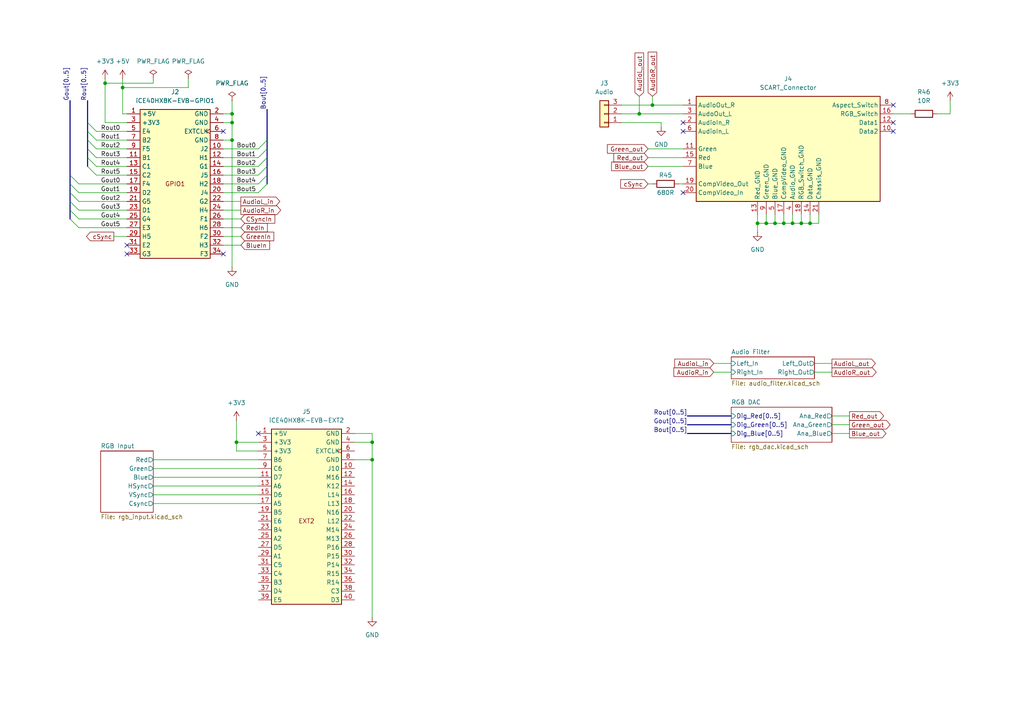
<source format=kicad_sch>
(kicad_sch (version 20231120) (generator "eeschema") (generator_version "8.0")
  (paper "A4")
  (title_block (title "iCE40HX8K-EVB SCART Header") (date "2023-06-22") (rev "1_0") (company "https://www.domesday86.com") (comment 1 "(c) 2023 Simon Inns") (comment 2 "License: Attribution-ShareAlike 4.0 International (CC BY-SA 4.0)"))
  (lib_symbols
    (symbol "Connector_Generic:Conn_01x03" (pin_names (offset 1.016) hide)
      (property "Reference" "J" (at 0 5.08 0))
      (property "Value" "Conn_01x03" (at 0 -5.08 0))
      (symbol "Conn_01x03_1_1"
        (rectangle (start -1.27 -2.413) (end 0 -2.667) (stroke (width 0.1524)))
        (rectangle (start -1.27 0.127) (end 0 -0.127) (stroke (width 0.1524)))
        (rectangle (start -1.27 2.667) (end 0 2.413) (stroke (width 0.1524)))
        (rectangle (start -1.27 3.81) (end 1.27 -3.81) (stroke (width 0.254)) (fill (type background)))
        (pin passive line (at -5.08 2.54 0) (length 3.81) (name "Pin_1") (number "1"))
        (pin passive line (at -5.08 0 0) (length 3.81) (name "Pin_2") (number "2"))
        (pin passive line (at -5.08 -2.54 0) (length 3.81) (name "Pin_3") (number "3"))
      )
    )
    (symbol "Device:R" (pin_numbers hide) (pin_names (offset 0))
      (property "Reference" "R" (at 2.032 0 90))
      (property "Value" "R" (at 0 0 90))
      (symbol "R_0_1"
        (rectangle (start -1.016 -2.54) (end 1.016 2.54) (stroke (width 0.254)))
      )
      (symbol "R_1_1"
        (pin passive line (at 0 3.81 270) (length 1.27) (name "~") (number "1"))
        (pin passive line (at 0 -3.81 90) (length 1.27) (name "~") (number "2"))
      )
    )
    (symbol "SCART:SCART_Connector"
      (property "Reference" "J" (at 0 19.05 0))
      (property "Value" "SCART_Connector" (at 0 16.51 0))
      (symbol "SCART_Connector_1_1"
        (rectangle (start -26.67 15.24) (end 26.67 -15.24) (stroke (width 0.254)) (fill (type background)))
        (pin passive line (at -30.48 12.7 0) (length 3.81) (name "AudioOut_R") (number "1"))
        (pin passive line (at 30.48 5.08 180) (length 3.81) (name "Data2") (number "10"))
        (pin passive line (at -30.48 0 0) (length 3.81) (name "Green") (number "11"))
        (pin passive line (at 30.48 7.62 180) (length 3.81) (name "Data1") (number "12"))
        (pin power_in line (at -8.89 -19.05 90) (length 3.81) (name "Red_GND") (number "13"))
        (pin power_in line (at 6.35 -19.05 90) (length 3.81) (name "Data_GND") (number "14"))
        (pin passive line (at -30.48 -2.54 0) (length 3.81) (name "Red") (number "15"))
        (pin passive line (at 30.48 10.16 180) (length 3.81) (name "RGB_Switch") (number "16"))
        (pin power_in line (at -1.27 -19.05 90) (length 3.81) (name "CompVideo_GND") (number "17"))
        (pin power_in line (at 3.81 -19.05 90) (length 3.81) (name "RGB_Switch_GND") (number "18"))
        (pin passive line (at -30.48 -10.16 0) (length 3.81) (name "CompVideo_Out") (number "19"))
        (pin passive line (at -30.48 7.62 0) (length 3.81) (name "AudioIn_R") (number "2"))
        (pin passive line (at -30.48 -12.7 0) (length 3.81) (name "CompVideo_In") (number "20"))
        (pin power_in line (at 8.89 -19.05 90) (length 3.81) (name "Chassis_GND") (number "21"))
        (pin passive line (at -30.48 10.16 0) (length 3.81) (name "AudoOut_L") (number "3"))
        (pin power_in line (at 1.27 -19.05 90) (length 3.81) (name "Audio_GND") (number "4"))
        (pin power_in line (at -3.81 -19.05 90) (length 3.81) (name "Blue_GND") (number "5"))
        (pin passive line (at -30.48 5.08 0) (length 3.81) (name "AudioIn_L") (number "6"))
        (pin passive line (at -30.48 -5.08 0) (length 3.81) (name "Blue") (number "7"))
        (pin passive line (at 30.48 12.7 180) (length 3.81) (name "Aspect_Switch") (number "8"))
        (pin power_in line (at -6.35 -19.05 90) (length 3.81) (name "Green_GND") (number "9"))
      )
    )
    (symbol "iCE40HX8K-EVB:iCE40HX8K-EVB-EXT2"
      (property "Reference" "J" (at 0 30.48 0))
      (property "Value" "iCE40HX8K-EVB-EXT2" (at 0 27.94 0))
      (symbol "iCE40HX8K-EVB-EXT2_1_0"
        (text "EXT2" (at 0 0 0) (effects (font (size 1.27 1.27))))
      )
      (symbol "iCE40HX8K-EVB-EXT2_1_1"
        (rectangle (start -10.16 26.67) (end 10.16 -24.13) (stroke (width 0.254)) (fill (type background)))
        (pin power_out line (at -13.97 25.4 0) (length 3.81) (name "+5V") (number "1"))
        (pin bidirectional line (at 13.97 15.24 180) (length 3.81) (name "J10") (number "10"))
        (pin bidirectional line (at -13.97 12.7 0) (length 3.81) (name "D7") (number "11"))
        (pin bidirectional line (at 13.97 12.7 180) (length 3.81) (name "M16") (number "12"))
        (pin bidirectional line (at -13.97 10.16 0) (length 3.81) (name "A6") (number "13"))
        (pin bidirectional line (at 13.97 10.16 180) (length 3.81) (name "K12") (number "14"))
        (pin bidirectional line (at -13.97 7.62 0) (length 3.81) (name "D6") (number "15"))
        (pin bidirectional line (at 13.97 7.62 180) (length 3.81) (name "L14") (number "16"))
        (pin bidirectional line (at -13.97 5.08 0) (length 3.81) (name "A5") (number "17"))
        (pin bidirectional line (at 13.97 5.08 180) (length 3.81) (name "L13") (number "18"))
        (pin bidirectional line (at -13.97 2.54 0) (length 3.81) (name "B5") (number "19"))
        (pin power_out line (at 13.97 25.4 180) (length 3.81) (name "GND") (number "2"))
        (pin bidirectional line (at 13.97 2.54 180) (length 3.81) (name "N16") (number "20"))
        (pin bidirectional line (at -13.97 0 0) (length 3.81) (name "E6") (number "21"))
        (pin bidirectional line (at 13.97 0 180) (length 3.81) (name "L12") (number "22"))
        (pin bidirectional line (at -13.97 -2.54 0) (length 3.81) (name "B4") (number "23"))
        (pin bidirectional line (at 13.97 -2.54 180) (length 3.81) (name "M14") (number "24"))
        (pin bidirectional line (at -13.97 -5.08 0) (length 3.81) (name "A2") (number "25"))
        (pin bidirectional line (at 13.97 -5.08 180) (length 3.81) (name "M13") (number "26"))
        (pin bidirectional line (at -13.97 -7.62 0) (length 3.81) (name "D5") (number "27"))
        (pin bidirectional line (at 13.97 -7.62 180) (length 3.81) (name "P16") (number "28"))
        (pin bidirectional line (at -13.97 -10.16 0) (length 3.81) (name "A1") (number "29"))
        (pin power_out line (at -13.97 22.86 0) (length 3.81) (name "+3V3") (number "3"))
        (pin bidirectional line (at 13.97 -10.16 180) (length 3.81) (name "P15") (number "30"))
        (pin bidirectional line (at -13.97 -12.7 0) (length 3.81) (name "C5") (number "31"))
        (pin bidirectional line (at 13.97 -12.7 180) (length 3.81) (name "P14") (number "32"))
        (pin bidirectional line (at -13.97 -15.24 0) (length 3.81) (name "C4") (number "33"))
        (pin bidirectional line (at 13.97 -15.24 180) (length 3.81) (name "R15") (number "34"))
        (pin bidirectional line (at -13.97 -17.78 0) (length 3.81) (name "B3") (number "35"))
        (pin bidirectional line (at 13.97 -17.78 180) (length 3.81) (name "R14") (number "36"))
        (pin bidirectional line (at -13.97 -20.32 0) (length 3.81) (name "D4") (number "37"))
        (pin bidirectional line (at 13.97 -20.32 180) (length 3.81) (name "C3") (number "38"))
        (pin bidirectional line (at -13.97 -22.86 0) (length 3.81) (name "E5") (number "39"))
        (pin power_out line (at 13.97 22.86 180) (length 3.81) (name "GND") (number "4"))
        (pin bidirectional line (at 13.97 -22.86 180) (length 3.81) (name "D3") (number "40"))
        (pin power_out line (at -13.97 20.32 0) (length 3.81) (name "+3V3") (number "5"))
        (pin output clock (at 13.97 20.32 180) (length 3.81) (name "EXTCLK") (number "6"))
        (pin bidirectional line (at -13.97 17.78 0) (length 3.81) (name "B6") (number "7"))
        (pin power_out line (at 13.97 17.78 180) (length 3.81) (name "GND") (number "8"))
        (pin bidirectional line (at -13.97 15.24 0) (length 3.81) (name "C6") (number "9"))
      )
    )
    (symbol "iCE40HX8K-EVB:iCE40HX8K-EVB-GPIO1"
      (property "Reference" "J" (at 0 25.4 0))
      (property "Value" "iCE40HX8K-EVB-GPIO1" (at 0 22.86 0))
      (symbol "iCE40HX8K-EVB-GPIO1_1_0"
        (text "GPIO1" (at 0 0 0) (effects (font (size 1.27 1.27))))
      )
      (symbol "iCE40HX8K-EVB-GPIO1_1_1"
        (rectangle (start -10.16 21.59) (end 10.16 -21.59) (stroke (width 0.254)) (fill (type background)))
        (pin power_in line (at -13.97 20.32 0) (length 3.81) (name "+5V") (number "1"))
        (pin bidirectional line (at 13.97 10.16 180) (length 3.81) (name "J2") (number "10"))
        (pin bidirectional line (at -13.97 7.62 0) (length 3.81) (name "B1") (number "11"))
        (pin bidirectional line (at 13.97 7.62 180) (length 3.81) (name "H1") (number "12"))
        (pin bidirectional line (at -13.97 5.08 0) (length 3.81) (name "C1") (number "13"))
        (pin bidirectional line (at 13.97 5.08 180) (length 3.81) (name "G1") (number "14"))
        (pin bidirectional line (at -13.97 2.54 0) (length 3.81) (name "C2") (number "15"))
        (pin bidirectional line (at 13.97 2.54 180) (length 3.81) (name "J5") (number "16"))
        (pin bidirectional line (at -13.97 0 0) (length 3.81) (name "F4") (number "17"))
        (pin bidirectional line (at 13.97 0 180) (length 3.81) (name "H2") (number "18"))
        (pin bidirectional line (at -13.97 -2.54 0) (length 3.81) (name "D2") (number "19"))
        (pin power_in line (at 13.97 20.32 180) (length 3.81) (name "GND") (number "2"))
        (pin bidirectional line (at 13.97 -2.54 180) (length 3.81) (name "J4") (number "20"))
        (pin bidirectional line (at -13.97 -5.08 0) (length 3.81) (name "G5") (number "21"))
        (pin bidirectional line (at 13.97 -5.08 180) (length 3.81) (name "G2") (number "22"))
        (pin bidirectional line (at -13.97 -7.62 0) (length 3.81) (name "D1") (number "23"))
        (pin bidirectional line (at 13.97 -7.62 180) (length 3.81) (name "H4") (number "24"))
        (pin bidirectional line (at -13.97 -10.16 0) (length 3.81) (name "G4") (number "25"))
        (pin bidirectional line (at 13.97 -10.16 180) (length 3.81) (name "F1") (number "26"))
        (pin bidirectional line (at -13.97 -12.7 0) (length 3.81) (name "E3") (number "27"))
        (pin bidirectional line (at 13.97 -12.7 180) (length 3.81) (name "H6") (number "28"))
        (pin bidirectional line (at -13.97 -15.24 0) (length 3.81) (name "H5") (number "29"))
        (pin power_in line (at -13.97 17.78 0) (length 3.81) (name "+3V3") (number "3"))
        (pin bidirectional line (at 13.97 -15.24 180) (length 3.81) (name "F2") (number "30"))
        (pin bidirectional line (at -13.97 -17.78 0) (length 3.81) (name "E2") (number "31"))
        (pin bidirectional line (at 13.97 -17.78 180) (length 3.81) (name "H3") (number "32"))
        (pin bidirectional line (at -13.97 -20.32 0) (length 3.81) (name "G3") (number "33"))
        (pin bidirectional line (at 13.97 -20.32 180) (length 3.81) (name "F3") (number "34"))
        (pin power_in line (at 13.97 17.78 180) (length 3.81) (name "GND") (number "4"))
        (pin bidirectional line (at -13.97 15.24 0) (length 3.81) (name "E4") (number "5"))
        (pin output clock (at 13.97 15.24 180) (length 3.81) (name "EXTCLK") (number "6"))
        (pin bidirectional line (at -13.97 12.7 0) (length 3.81) (name "B2") (number "7"))
        (pin power_in line (at 13.97 12.7 180) (length 3.81) (name "GND") (number "8"))
        (pin bidirectional line (at -13.97 10.16 0) (length 3.81) (name "F5") (number "9"))
      )
    )
    (symbol "power:+3V3" (power) (pin_numbers hide) (pin_names (offset 0) hide)
      (property "Value" "+3V3" (at 0 3.556 0))
      (symbol "+3V3_0_1"
        (polyline (pts (xy -0.762 1.27) (xy 0 2.54)))
        (polyline (pts (xy 0 0) (xy 0 2.54)))
        (polyline (pts (xy 0 2.54) (xy 0.762 1.27)))
      )
      (symbol "+3V3_1_1"
        (pin power_in line (at 0 0 90) (length 0) (name "~") (number "1"))
      )
    )
    (symbol "power:+5V" (power) (pin_numbers hide) (pin_names (offset 0) hide)
      (property "Value" "+5V" (at 0 3.556 0))
      (symbol "+5V_0_1"
        (polyline (pts (xy -0.762 1.27) (xy 0 2.54)))
        (polyline (pts (xy 0 0) (xy 0 2.54)))
        (polyline (pts (xy 0 2.54) (xy 0.762 1.27)))
      )
      (symbol "+5V_1_1"
        (pin power_in line (at 0 0 90) (length 0) (name "~") (number "1"))
      )
    )
    (symbol "power:GND" (power) (pin_numbers hide) (pin_names (offset 0) hide)
      (property "Value" "GND" (at 0 -3.81 0))
      (symbol "GND_0_1"
        (polyline (pts (xy 0 0) (xy 0 -1.27) (xy 1.27 -1.27) (xy 0 -2.54) (xy -1.27 -1.27) (xy 0 -1.27)))
      )
      (symbol "GND_1_1"
        (pin power_in line (at 0 0 270) (length 0) (name "~") (number "1"))
      )
    )
    (symbol "power:PWR_FLAG" (power) (pin_numbers hide) (pin_names (offset 0) hide)
      (property "Value" "PWR_FLAG" (at 0 3.81 0))
      (symbol "PWR_FLAG_0_0"
        (pin power_out line (at 0 0 90) (length 0) (name "~") (number "1"))
      )
      (symbol "PWR_FLAG_0_1"
        (polyline (pts (xy 0 0) (xy 0 1.27) (xy -1.016 1.905) (xy 0 2.54) (xy 1.016 1.905) (xy 0 1.27)))
      )
    )
  )
  (junction (at 189.23 30.48))
  (junction (at 107.95 128.27))
  (junction (at 30.48 24.13))
  (junction (at 35.56 25.4))
  (junction (at 67.31 35.56))
  (junction (at 222.25 64.77))
  (junction (at 219.71 64.77))
  (junction (at 232.41 64.77))
  (junction (at 107.95 133.35))
  (junction (at 68.58 128.27))
  (junction (at 234.95 64.77))
  (junction (at 67.31 40.64))
  (junction (at 227.33 64.77))
  (junction (at 67.31 33.02))
  (junction (at 185.42 33.02))
  (junction (at 224.79 64.77))
  (junction (at 229.87 64.77))
  (no_connect (at 198.12 38.1))
  (no_connect (at 74.93 125.73))
  (no_connect (at 64.77 73.66))
  (no_connect (at 64.77 38.1))
  (no_connect (at 259.08 35.56))
  (no_connect (at 198.12 35.56))
  (no_connect (at 259.08 30.48))
  (no_connect (at 36.83 71.12))
  (no_connect (at 36.83 73.66))
  (no_connect (at 198.12 55.88))
  (no_connect (at 259.08 38.1))
  (bus_entry (at 25.4 43.18) (size 2.54 2.54))
  (bus_entry (at 77.47 45.72) (size -2.54 2.54))
  (bus_entry (at 25.4 38.1) (size 2.54 2.54))
  (bus_entry (at 77.47 48.26) (size -2.54 2.54))
  (bus_entry (at 20.32 63.5) (size 2.54 2.54))
  (bus_entry (at 25.4 45.72) (size 2.54 2.54))
  (bus_entry (at 20.32 60.96) (size 2.54 2.54))
  (bus_entry (at 25.4 35.56) (size 2.54 2.54))
  (bus_entry (at 20.32 50.8) (size 2.54 2.54))
  (bus_entry (at 77.47 50.8) (size -2.54 2.54))
  (bus_entry (at 20.32 58.42) (size 2.54 2.54))
  (bus_entry (at 77.47 43.18) (size -2.54 2.54))
  (bus_entry (at 77.47 40.64) (size -2.54 2.54))
  (bus_entry (at 77.47 53.34) (size -2.54 2.54))
  (bus_entry (at 20.32 55.88) (size 2.54 2.54))
  (bus_entry (at 25.4 40.64) (size 2.54 2.54))
  (bus_entry (at 25.4 48.26) (size 2.54 2.54))
  (bus_entry (at 20.32 53.34) (size 2.54 2.54))
  (wire (pts (xy 27.94 50.8) (xy 36.83 50.8)))
  (wire (pts (xy 35.56 33.02) (xy 36.83 33.02)))
  (wire (pts (xy 64.77 33.02) (xy 67.31 33.02)))
  (wire (pts (xy 180.34 33.02) (xy 185.42 33.02)))
  (wire (pts (xy 236.22 105.41) (xy 241.3 105.41)))
  (wire (pts (xy 27.94 40.64) (xy 36.83 40.64)))
  (wire (pts (xy 22.86 55.88) (xy 36.83 55.88)))
  (wire (pts (xy 64.77 71.12) (xy 69.85 71.12)))
  (wire (pts (xy 102.87 133.35) (xy 107.95 133.35)))
  (wire (pts (xy 107.95 125.73) (xy 102.87 125.73)))
  (wire (pts (xy 275.59 33.02) (xy 275.59 29.21)))
  (bus (pts (xy 25.4 38.1) (xy 25.4 40.64)))
  (wire (pts (xy 180.34 30.48) (xy 189.23 30.48)))
  (wire (pts (xy 107.95 179.07) (xy 107.95 133.35)))
  (wire (pts (xy 22.86 53.34) (xy 36.83 53.34)))
  (wire (pts (xy 27.94 43.18) (xy 36.83 43.18)))
  (wire (pts (xy 64.77 66.04) (xy 69.85 66.04)))
  (bus (pts (xy 199.39 125.73) (xy 212.09 125.73)))
  (wire (pts (xy 219.71 64.77) (xy 222.25 64.77)))
  (bus (pts (xy 77.47 45.72) (xy 77.47 48.26)))
  (wire (pts (xy 30.48 24.13) (xy 30.48 22.86)))
  (wire (pts (xy 191.77 35.56) (xy 191.77 36.83)))
  (wire (pts (xy 27.94 38.1) (xy 36.83 38.1)))
  (bus (pts (xy 199.39 123.19) (xy 212.09 123.19)))
  (wire (pts (xy 27.94 45.72) (xy 36.83 45.72)))
  (bus (pts (xy 25.4 45.72) (xy 25.4 48.26)))
  (wire (pts (xy 271.78 33.02) (xy 275.59 33.02)))
  (wire (pts (xy 74.93 130.81) (xy 68.58 130.81)))
  (wire (pts (xy 64.77 53.34) (xy 74.93 53.34)))
  (wire (pts (xy 102.87 128.27) (xy 107.95 128.27)))
  (wire (pts (xy 64.77 60.96) (xy 69.85 60.96)))
  (bus (pts (xy 20.32 29.21) (xy 20.32 50.8)))
  (wire (pts (xy 180.34 35.56) (xy 191.77 35.56)))
  (wire (pts (xy 44.45 138.43) (xy 74.93 138.43)))
  (wire (pts (xy 229.87 64.77) (xy 232.41 64.77)))
  (wire (pts (xy 33.02 68.58) (xy 36.83 68.58)))
  (wire (pts (xy 44.45 24.13) (xy 30.48 24.13)))
  (wire (pts (xy 259.08 33.02) (xy 264.16 33.02)))
  (wire (pts (xy 22.86 66.04) (xy 36.83 66.04)))
  (wire (pts (xy 196.85 53.34) (xy 198.12 53.34)))
  (wire (pts (xy 232.41 62.23) (xy 232.41 64.77)))
  (wire (pts (xy 234.95 64.77) (xy 237.49 64.77)))
  (wire (pts (xy 67.31 40.64) (xy 67.31 77.47)))
  (wire (pts (xy 64.77 48.26) (xy 74.93 48.26)))
  (wire (pts (xy 22.86 63.5) (xy 36.83 63.5)))
  (wire (pts (xy 64.77 50.8) (xy 74.93 50.8)))
  (bus (pts (xy 20.32 50.8) (xy 20.32 53.34)))
  (wire (pts (xy 44.45 140.97) (xy 74.93 140.97)))
  (wire (pts (xy 64.77 68.58) (xy 69.85 68.58)))
  (bus (pts (xy 199.39 120.65) (xy 212.09 120.65)))
  (wire (pts (xy 35.56 25.4) (xy 35.56 33.02)))
  (wire (pts (xy 64.77 45.72) (xy 74.93 45.72)))
  (wire (pts (xy 22.86 60.96) (xy 36.83 60.96)))
  (wire (pts (xy 64.77 55.88) (xy 74.93 55.88)))
  (wire (pts (xy 219.71 62.23) (xy 219.71 64.77)))
  (wire (pts (xy 30.48 35.56) (xy 36.83 35.56)))
  (bus (pts (xy 77.47 50.8) (xy 77.47 53.34)))
  (wire (pts (xy 64.77 58.42) (xy 69.85 58.42)))
  (wire (pts (xy 207.01 105.41) (xy 212.09 105.41)))
  (wire (pts (xy 35.56 22.86) (xy 35.56 25.4)))
  (bus (pts (xy 77.47 31.75) (xy 77.47 40.64)))
  (bus (pts (xy 20.32 53.34) (xy 20.32 55.88)))
  (wire (pts (xy 44.45 135.89) (xy 74.93 135.89)))
  (wire (pts (xy 237.49 64.77) (xy 237.49 62.23)))
  (wire (pts (xy 67.31 35.56) (xy 67.31 40.64)))
  (wire (pts (xy 64.77 63.5) (xy 69.85 63.5)))
  (wire (pts (xy 68.58 128.27) (xy 74.93 128.27)))
  (wire (pts (xy 185.42 27.94) (xy 185.42 33.02)))
  (wire (pts (xy 22.86 58.42) (xy 36.83 58.42)))
  (wire (pts (xy 44.45 146.05) (xy 74.93 146.05)))
  (wire (pts (xy 68.58 121.92) (xy 68.58 128.27)))
  (wire (pts (xy 185.42 33.02) (xy 198.12 33.02)))
  (bus (pts (xy 77.47 48.26) (xy 77.47 50.8)))
  (wire (pts (xy 189.23 27.94) (xy 189.23 30.48)))
  (wire (pts (xy 64.77 43.18) (xy 74.93 43.18)))
  (wire (pts (xy 224.79 64.77) (xy 227.33 64.77)))
  (wire (pts (xy 219.71 64.77) (xy 219.71 67.31)))
  (wire (pts (xy 27.94 48.26) (xy 36.83 48.26)))
  (bus (pts (xy 20.32 58.42) (xy 20.32 60.96)))
  (bus (pts (xy 77.47 40.64) (xy 77.47 43.18)))
  (wire (pts (xy 224.79 62.23) (xy 224.79 64.77)))
  (wire (pts (xy 187.96 45.72) (xy 198.12 45.72)))
  (bus (pts (xy 25.4 29.21) (xy 25.4 35.56)))
  (wire (pts (xy 187.96 43.18) (xy 198.12 43.18)))
  (bus (pts (xy 25.4 40.64) (xy 25.4 43.18)))
  (wire (pts (xy 227.33 64.77) (xy 229.87 64.77)))
  (wire (pts (xy 187.96 48.26) (xy 198.12 48.26)))
  (wire (pts (xy 107.95 133.35) (xy 107.95 128.27)))
  (wire (pts (xy 222.25 62.23) (xy 222.25 64.77)))
  (wire (pts (xy 189.23 30.48) (xy 198.12 30.48)))
  (wire (pts (xy 234.95 62.23) (xy 234.95 64.77)))
  (wire (pts (xy 232.41 64.77) (xy 234.95 64.77)))
  (wire (pts (xy 67.31 29.21) (xy 67.31 33.02)))
  (wire (pts (xy 30.48 35.56) (xy 30.48 24.13)))
  (wire (pts (xy 222.25 64.77) (xy 224.79 64.77)))
  (wire (pts (xy 241.3 123.19) (xy 246.38 123.19)))
  (wire (pts (xy 236.22 107.95) (xy 241.3 107.95)))
  (wire (pts (xy 54.61 25.4) (xy 35.56 25.4)))
  (bus (pts (xy 20.32 60.96) (xy 20.32 63.5)))
  (wire (pts (xy 107.95 128.27) (xy 107.95 125.73)))
  (wire (pts (xy 44.45 143.51) (xy 74.93 143.51)))
  (wire (pts (xy 68.58 130.81) (xy 68.58 128.27)))
  (wire (pts (xy 187.96 53.34) (xy 189.23 53.34)))
  (wire (pts (xy 227.33 62.23) (xy 227.33 64.77)))
  (bus (pts (xy 25.4 43.18) (xy 25.4 45.72)))
  (bus (pts (xy 77.47 43.18) (xy 77.47 45.72)))
  (wire (pts (xy 241.3 120.65) (xy 246.38 120.65)))
  (wire (pts (xy 44.45 22.86) (xy 44.45 24.13)))
  (wire (pts (xy 54.61 22.86) (xy 54.61 25.4)))
  (wire (pts (xy 241.3 125.73) (xy 246.38 125.73)))
  (wire (pts (xy 229.87 62.23) (xy 229.87 64.77)))
  (wire (pts (xy 44.45 133.35) (xy 74.93 133.35)))
  (bus (pts (xy 20.32 55.88) (xy 20.32 58.42)))
  (wire (pts (xy 207.01 107.95) (xy 212.09 107.95)))
  (bus (pts (xy 25.4 35.56) (xy 25.4 38.1)))
  (wire (pts (xy 64.77 35.56) (xy 67.31 35.56)))
  (wire (pts (xy 67.31 33.02) (xy 67.31 35.56)))
  (wire (pts (xy 64.77 40.64) (xy 67.31 40.64)))
  (label "Bout[0..5]" (at 77.47 31.75 90))
  (label "Gout[0..5]" (at 20.32 29.21 90))
  (label "Gout5" (at 29.21 66.04 0))
  (label "Rout1" (at 29.21 40.64 0))
  (label "Rout4" (at 29.21 48.26 0))
  (label "Bout3" (at 68.58 50.8 0))
  (label "Bout4" (at 68.58 53.34 0))
  (label "Rout2" (at 29.21 43.18 0))
  (label "Rout3" (at 29.21 45.72 0))
  (label "Rout[0..5]" (at 199.39 120.65 180))
  (label "Bout2" (at 68.58 48.26 0))
  (label "Gout2" (at 29.21 58.42 0))
  (label "Bout5" (at 68.58 55.88 0))
  (label "Rout[0..5]" (at 25.4 29.21 90))
  (label "Gout4" (at 29.21 63.5 0))
  (label "Gout3" (at 29.21 60.96 0))
  (label "Gout1" (at 29.21 55.88 0))
  (label "Gout0" (at 29.21 53.34 0))
  (label "Bout0" (at 68.58 43.18 0))
  (label "Bout1" (at 68.58 45.72 0))
  (label "Bout[0..5]" (at 199.39 125.73 180))
  (label "Gout[0..5]" (at 199.39 123.19 180))
  (label "Rout5" (at 29.21 50.8 0))
  (label "Rout0" (at 29.21 38.1 0))
  (global_label "AudioL_out" (shape input) (at 185.42 27.94 90) (property "Intersheetrefs" "${INTERSHEET_REFS}" (effects (hide yes))))
  (global_label "AudioR_out" (shape input) (at 189.23 27.94 90) (property "Intersheetrefs" "${INTERSHEET_REFS}" (effects (hide yes))))
  (global_label "Blue_out" (shape input) (at 187.96 48.26 180) (property "Intersheetrefs" "${INTERSHEET_REFS}" (effects (hide yes))))
  (global_label "AudioL_out" (shape output) (at 241.3 105.41 0) (property "Intersheetrefs" "${INTERSHEET_REFS}" (effects (hide yes))))
  (global_label "RedIn" (shape input) (at 69.85 66.04 0) (property "Intersheetrefs" "${INTERSHEET_REFS}" (effects (hide yes))))
  (global_label "Red_out" (shape output) (at 246.38 120.65 0) (property "Intersheetrefs" "${INTERSHEET_REFS}" (effects (hide yes))))
  (global_label "cSync" (shape input) (at 187.96 53.34 180) (property "Intersheetrefs" "${INTERSHEET_REFS}" (effects (hide yes))))
  (global_label "AudioR_in" (shape input) (at 207.01 107.95 180) (property "Intersheetrefs" "${INTERSHEET_REFS}" (effects (hide yes))))
  (global_label "Green_out" (shape input) (at 187.96 43.18 180) (property "Intersheetrefs" "${INTERSHEET_REFS}" (effects (hide yes))))
  (global_label "AudioR_out" (shape output) (at 241.3 107.95 0) (property "Intersheetrefs" "${INTERSHEET_REFS}" (effects (hide yes))))
  (global_label "CSyncIn" (shape input) (at 69.85 63.5 0) (property "Intersheetrefs" "${INTERSHEET_REFS}" (effects (hide yes))))
  (global_label "BlueIn" (shape input) (at 69.85 71.12 0) (property "Intersheetrefs" "${INTERSHEET_REFS}" (effects (hide yes))))
  (global_label "AudioL_in" (shape output) (at 69.85 58.42 0) (property "Intersheetrefs" "${INTERSHEET_REFS}" (effects (hide yes))))
  (global_label "Red_out" (shape input) (at 187.96 45.72 180) (property "Intersheetrefs" "${INTERSHEET_REFS}" (effects (hide yes))))
  (global_label "AudioR_in" (shape output) (at 69.85 60.96 0) (property "Intersheetrefs" "${INTERSHEET_REFS}" (effects (hide yes))))
  (global_label "GreenIn" (shape input) (at 69.85 68.58 0) (property "Intersheetrefs" "${INTERSHEET_REFS}" (effects (hide yes))))
  (global_label "cSync" (shape output) (at 33.02 68.58 180) (property "Intersheetrefs" "${INTERSHEET_REFS}" (effects (hide yes))))
  (global_label "AudioL_in" (shape input) (at 207.01 105.41 180) (property "Intersheetrefs" "${INTERSHEET_REFS}" (effects (hide yes))))
  (global_label "Blue_out" (shape output) (at 246.38 125.73 0) (property "Intersheetrefs" "${INTERSHEET_REFS}" (effects (hide yes))))
  (global_label "Green_out" (shape output) (at 246.38 123.19 0) (property "Intersheetrefs" "${INTERSHEET_REFS}" (effects (hide yes))))
  (symbol (lib_id "power:PWR_FLAG") (at 44.45 22.86 0) (unit 1)
    (property "Reference" "#FLG01" (effects (hide yes)))
    (property "Value" "PWR_FLAG" (at 44.45 17.78 0))
    (property "Description" "Special symbol for telling ERC where power comes from" (effects (hide yes)))
  )
  (symbol (lib_id "power:+3V3") (at 275.59 29.21 0) (unit 1)
    (property "Reference" "#PWR014" (effects (hide yes)))
    (property "Value" "+3V3" (at 275.59 24.13 0))
    (property "Description" "Power symbol creates a global label with name \"+3V3\"" (effects (hide yes)))
  )
  (symbol (lib_id "power:+3V3") (at 30.48 22.86 0) (unit 1)
    (property "Reference" "#PWR01" (effects (hide yes)))
    (property "Value" "+3V3" (at 30.48 17.78 0))
    (property "Description" "Power symbol creates a global label with name \"+3V3\"" (effects (hide yes)))
  )
  (symbol (lib_id "power:+3V3") (at 68.58 121.92 0) (unit 1)
    (property "Reference" "#PWR016" (effects (hide yes)))
    (property "Value" "+3V3" (at 68.58 116.84 0))
    (property "Description" "Power symbol creates a global label with name \"+3V3\"" (effects (hide yes)))
  )
  (symbol (lib_id "SCART:SCART_Connector") (at 228.6 43.18 0) (unit 1)
    (property "Reference" "J4" (at 228.6 22.86 0))
    (property "Value" "SCART_Connector" (at 228.6 25.4 0))
    (property "Footprint" "Local_footprints:HSM_C0381-21RYATB0R" (effects (hide yes)))
  )
  (symbol (lib_id "power:GND") (at 107.95 179.07 0) (unit 1)
    (property "Reference" "#PWR017" (effects (hide yes)))
    (property "Value" "GND" (at 107.95 184.15 0))
    (property "Description" "Power symbol creates a global label with name \"GND\" , ground" (effects (hide yes)))
  )
  (symbol (lib_id "power:GND") (at 219.71 67.31 0) (unit 1)
    (property "Reference" "#PWR013" (effects (hide yes)))
    (property "Value" "GND" (at 219.71 72.39 0))
    (property "Description" "Power symbol creates a global label with name \"GND\" , ground" (effects (hide yes)))
  )
  (symbol (lib_id "power:GND") (at 191.77 36.83 0) (unit 1)
    (property "Reference" "#PWR011" (effects (hide yes)))
    (property "Value" "GND" (at 191.77 41.91 0))
    (property "Description" "Power symbol creates a global label with name \"GND\" , ground" (effects (hide yes)))
  )
  (symbol (lib_id "power:GND") (at 67.31 77.47 0) (unit 1)
    (property "Reference" "#PWR04" (effects (hide yes)))
    (property "Value" "GND" (at 67.31 82.55 0))
    (property "Description" "Power symbol creates a global label with name \"GND\" , ground" (effects (hide yes)))
  )
  (symbol (lib_id "power:PWR_FLAG") (at 54.61 22.86 0) (unit 1)
    (property "Reference" "#FLG02" (effects (hide yes)))
    (property "Value" "PWR_FLAG" (at 54.61 17.78 0))
    (property "Description" "Special symbol for telling ERC where power comes from" (effects (hide yes)))
  )
  (symbol (lib_id "power:PWR_FLAG") (at 67.31 29.21 0) (unit 1)
    (property "Reference" "#FLG03" (effects (hide yes)))
    (property "Value" "PWR_FLAG" (at 67.31 24.13 0))
    (property "Description" "Special symbol for telling ERC where power comes from" (effects (hide yes)))
  )
  (symbol (lib_id "Connector_Generic:Conn_01x03") (at 175.26 33.02 180) (unit 1)
    (property "Reference" "J3" (at 175.26 24.13 0))
    (property "Value" "Audio" (at 175.26 26.67 0))
    (property "Footprint" "Connector_PinHeader_2.54mm:PinHeader_1x03_P2.54mm_Vertical" (effects (hide yes)))
    (property "Description" "Generic connector, single row, 01x03, script generated (kicad-library-utils/schlib/autogen/connector/)" (effects (hide yes)))
  )
  (symbol (lib_id "Device:R") (at 193.04 53.34 90) (unit 1)
    (property "Reference" "R45" (at 193.04 50.8 90))
    (property "Value" "680R" (at 193.04 55.88 90))
    (property "Footprint" "Resistor_SMD:R_0603_1608Metric_Pad0.98x0.95mm_HandSolder" (effects (hide yes)))
    (property "Description" "Resistor" (effects (hide yes)))
  )
  (symbol (lib_id "iCE40HX8K-EVB:iCE40HX8K-EVB-GPIO1") (at 50.8 53.34 0) (unit 1)
    (property "Reference" "J2" (at 50.8 26.67 0))
    (property "Value" "iCE40HX8K-EVB-GPIO1" (at 50.8 29.21 0))
    (property "Footprint" "Connector_IDC:IDC-Header_2x17_P2.54mm_Horizontal" (effects (hide yes)))
  )
  (symbol (lib_id "power:+5V") (at 35.56 22.86 0) (unit 1)
    (property "Reference" "#PWR03" (effects (hide yes)))
    (property "Value" "+5V" (at 35.56 17.78 0))
    (property "Description" "Power symbol creates a global label with name \"+5V\"" (effects (hide yes)))
  )
  (symbol (lib_id "iCE40HX8K-EVB:iCE40HX8K-EVB-EXT2") (at 88.9 151.13 0) (unit 1)
    (property "Reference" "J5" (at 88.9 119.38 0))
    (property "Value" "iCE40HX8K-EVB-EXT2" (at 88.9 121.92 0))
  )
  (symbol (lib_id "Device:R") (at 267.97 33.02 90) (unit 1)
    (property "Reference" "R46" (at 267.97 26.67 90))
    (property "Value" "10R" (at 267.97 29.21 90))
    (property "Footprint" "Resistor_SMD:R_0603_1608Metric_Pad0.98x0.95mm_HandSolder" (effects (hide yes)))
    (property "Description" "Resistor" (effects (hide yes)))
  )
  (sheet (at 212.09 103.505) (size 24.13 6.35) (stroke (width 0.1524))
    (property "Sheetname" "Audio Filter" (at 212.09 102.7934 0) (effects (justify left bottom)))
    (property "Sheetfile" "audio_filter.kicad_sch" (at 212.09 110.4396 0) (effects (justify left top)))
    (pin "Left_In" input (at 212.09 105.41 180))
    (pin "Right_In" input (at 212.09 107.95 180))
    (pin "Left_Out" output (at 236.22 105.41 0))
    (pin "Right_Out" output (at 236.22 107.95 0))
  )
  (sheet (at 212.09 118.11) (size 29.21 10.16) (stroke (width 0.1524))
    (property "Sheetname" "RGB DAC" (at 212.09 117.3984 0) (effects (justify left bottom)))
    (property "Sheetfile" "rgb_dac.kicad_sch" (at 212.09 128.8546 0) (effects (justify left top)))
    (pin "Ana_Blue" output (at 241.3 125.73 0))
    (pin "Ana_Green" output (at 241.3 123.19 0))
    (pin "Dig_Blue[0..5]" input (at 212.09 125.73 180))
    (pin "Ana_Red" output (at 241.3 120.65 0))
    (pin "Dig_Red[0..5]" input (at 212.09 120.65 180))
    (pin "Dig_Green[0..5]" input (at 212.09 123.19 180))
  )
  (sheet (at 29.21 130.81) (size 15.24 17.78) (stroke (width 0.1524))
    (property "Sheetname" "RGB Input" (at 29.21 130.0984 0) (effects (justify left bottom)))
    (property "Sheetfile" "rgb_input.kicad_sch" (at 29.21 149.1746 0) (effects (justify left top)))
    (pin "HSync" output (at 44.45 140.97 0))
    (pin "VSync" output (at 44.45 143.51 0))
    (pin "Red" output (at 44.45 133.35 0))
    (pin "Green" output (at 44.45 135.89 0))
    (pin "Blue" output (at 44.45 138.43 0))
    (pin "Csync" output (at 44.45 146.05 0))
  )
)
</source>
